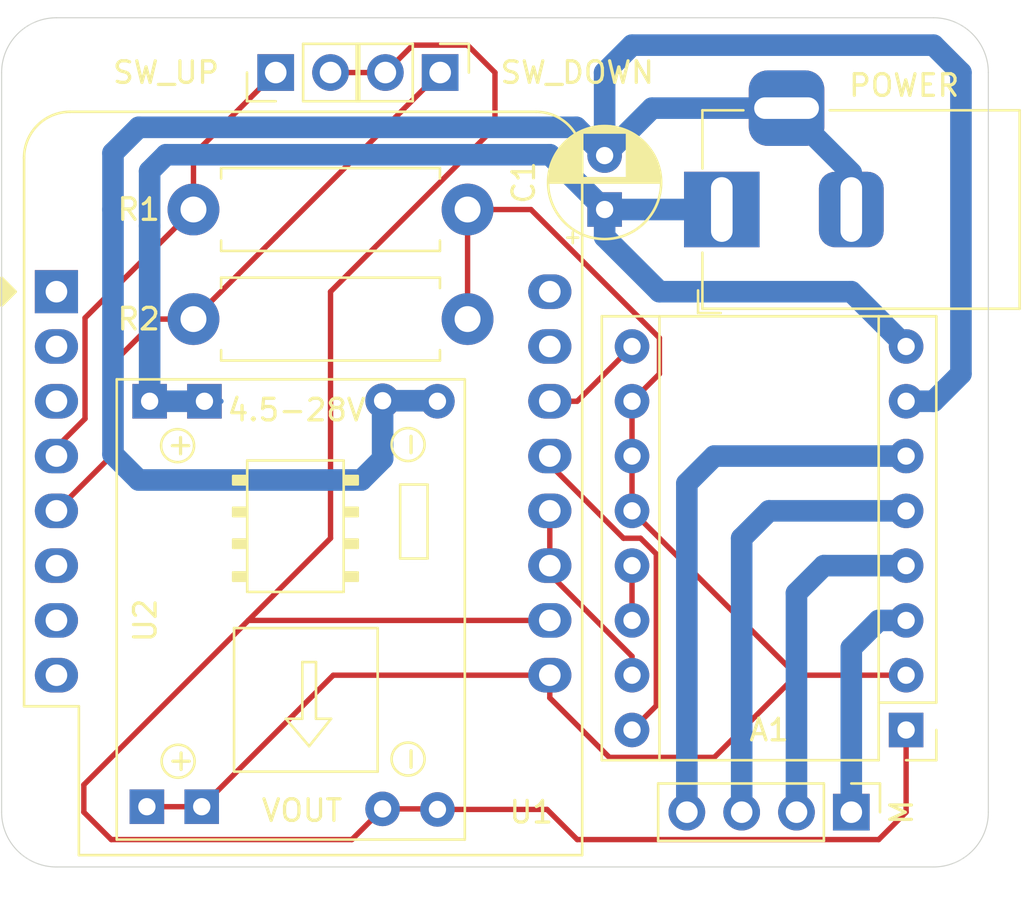
<source format=kicad_pcb>
(kicad_pcb (version 20171130) (host pcbnew 5.1.12)

  (general
    (thickness 1.6)
    (drawings 8)
    (tracks 109)
    (zones 0)
    (modules 10)
    (nets 23)
  )

  (page A4)
  (layers
    (0 F.Cu signal)
    (31 B.Cu signal)
    (32 B.Adhes user)
    (33 F.Adhes user)
    (34 B.Paste user)
    (35 F.Paste user)
    (36 B.SilkS user)
    (37 F.SilkS user)
    (38 B.Mask user)
    (39 F.Mask user)
    (40 Dwgs.User user)
    (41 Cmts.User user)
    (42 Eco1.User user)
    (43 Eco2.User user)
    (44 Edge.Cuts user)
    (45 Margin user)
    (46 B.CrtYd user)
    (47 F.CrtYd user)
    (48 B.Fab user)
    (49 F.Fab user)
  )

  (setup
    (last_trace_width 0.25)
    (trace_clearance 0.2)
    (zone_clearance 0.508)
    (zone_45_only no)
    (trace_min 0.2)
    (via_size 0.8)
    (via_drill 0.4)
    (via_min_size 0.4)
    (via_min_drill 0.3)
    (uvia_size 0.3)
    (uvia_drill 0.1)
    (uvias_allowed no)
    (uvia_min_size 0.2)
    (uvia_min_drill 0.1)
    (edge_width 0.05)
    (segment_width 0.2)
    (pcb_text_width 0.3)
    (pcb_text_size 1.5 1.5)
    (mod_edge_width 0.12)
    (mod_text_size 1 1)
    (mod_text_width 0.15)
    (pad_size 3.5 3.5)
    (pad_drill 3)
    (pad_to_mask_clearance 0)
    (aux_axis_origin 0 0)
    (visible_elements FFFFFF7F)
    (pcbplotparams
      (layerselection 0x010fc_ffffffff)
      (usegerberextensions false)
      (usegerberattributes true)
      (usegerberadvancedattributes true)
      (creategerberjobfile true)
      (excludeedgelayer true)
      (linewidth 0.100000)
      (plotframeref false)
      (viasonmask false)
      (mode 1)
      (useauxorigin false)
      (hpglpennumber 1)
      (hpglpenspeed 20)
      (hpglpendiameter 15.000000)
      (psnegative false)
      (psa4output false)
      (plotreference true)
      (plotvalue true)
      (plotinvisibletext false)
      (padsonsilk false)
      (subtractmaskfromsilk false)
      (outputformat 1)
      (mirror false)
      (drillshape 1)
      (scaleselection 1)
      (outputdirectory ""))
  )

  (net 0 "")
  (net 1 "Net-(A1-Pad1)")
  (net 2 "Net-(A1-Pad9)")
  (net 3 "Net-(A1-Pad10)")
  (net 4 "Net-(A1-Pad3)")
  (net 5 "Net-(A1-Pad4)")
  (net 6 "Net-(A1-Pad5)")
  (net 7 "Net-(A1-Pad13)")
  (net 8 "Net-(A1-Pad6)")
  (net 9 "Net-(A1-Pad15)")
  (net 10 "Net-(A1-Pad16)")
  (net 11 "Net-(U1-Pad2)")
  (net 12 "Net-(U1-Pad1)")
  (net 13 "Net-(U1-Pad3)")
  (net 14 "Net-(U1-Pad7)")
  (net 15 "Net-(U1-Pad8)")
  (net 16 "Net-(U1-Pad15)")
  (net 17 "Net-(U1-Pad16)")
  (net 18 GND)
  (net 19 +12V)
  (net 20 "Net-(R1-Pad2)")
  (net 21 "Net-(R2-Pad2)")
  (net 22 "Net-(U1-Pad6)")

  (net_class Default "Dies ist die voreingestellte Netzklasse."
    (clearance 0.2)
    (trace_width 0.25)
    (via_dia 0.8)
    (via_drill 0.4)
    (uvia_dia 0.3)
    (uvia_drill 0.1)
    (add_net +12V)
    (add_net GND)
    (add_net "Net-(A1-Pad1)")
    (add_net "Net-(A1-Pad10)")
    (add_net "Net-(A1-Pad13)")
    (add_net "Net-(A1-Pad15)")
    (add_net "Net-(A1-Pad16)")
    (add_net "Net-(A1-Pad3)")
    (add_net "Net-(A1-Pad4)")
    (add_net "Net-(A1-Pad5)")
    (add_net "Net-(A1-Pad6)")
    (add_net "Net-(A1-Pad9)")
    (add_net "Net-(R1-Pad2)")
    (add_net "Net-(R2-Pad2)")
    (add_net "Net-(U1-Pad1)")
    (add_net "Net-(U1-Pad15)")
    (add_net "Net-(U1-Pad16)")
    (add_net "Net-(U1-Pad2)")
    (add_net "Net-(U1-Pad3)")
    (add_net "Net-(U1-Pad6)")
    (add_net "Net-(U1-Pad7)")
    (add_net "Net-(U1-Pad8)")
  )

  (module Module:Pololu_Breakout-16_15.2x20.3mm (layer F.Cu) (tedit 58AB602C) (tstamp 623129DF)
    (at 196.85 88.9 180)
    (descr "Pololu Breakout 16-pin 15.2x20.3mm 0.6x0.8\\")
    (tags "Pololu Breakout")
    (path /6230605E)
    (fp_text reference A1 (at 6.35 0) (layer F.SilkS)
      (effects (font (size 1 1) (thickness 0.15)))
    )
    (fp_text value Pololu_Breakout_A4988 (at 6.35 20.17) (layer F.Fab)
      (effects (font (size 1 1) (thickness 0.15)))
    )
    (fp_line (start 14.21 19.3) (end -1.53 19.3) (layer F.CrtYd) (width 0.05))
    (fp_line (start 14.21 19.3) (end 14.21 -1.52) (layer F.CrtYd) (width 0.05))
    (fp_line (start -1.53 -1.52) (end -1.53 19.3) (layer F.CrtYd) (width 0.05))
    (fp_line (start -1.53 -1.52) (end 14.21 -1.52) (layer F.CrtYd) (width 0.05))
    (fp_line (start -1.27 19.05) (end -1.27 0) (layer F.Fab) (width 0.1))
    (fp_line (start 13.97 19.05) (end -1.27 19.05) (layer F.Fab) (width 0.1))
    (fp_line (start 13.97 -1.27) (end 13.97 19.05) (layer F.Fab) (width 0.1))
    (fp_line (start 0 -1.27) (end 13.97 -1.27) (layer F.Fab) (width 0.1))
    (fp_line (start -1.27 0) (end 0 -1.27) (layer F.Fab) (width 0.1))
    (fp_line (start 14.1 -1.4) (end 1.27 -1.4) (layer F.SilkS) (width 0.12))
    (fp_line (start 14.1 19.18) (end 14.1 -1.4) (layer F.SilkS) (width 0.12))
    (fp_line (start -1.4 19.18) (end 14.1 19.18) (layer F.SilkS) (width 0.12))
    (fp_line (start -1.4 1.27) (end -1.4 19.18) (layer F.SilkS) (width 0.12))
    (fp_line (start 1.27 1.27) (end -1.4 1.27) (layer F.SilkS) (width 0.12))
    (fp_line (start 1.27 -1.4) (end 1.27 1.27) (layer F.SilkS) (width 0.12))
    (fp_line (start -1.4 -1.4) (end -1.4 0) (layer F.SilkS) (width 0.12))
    (fp_line (start 0 -1.4) (end -1.4 -1.4) (layer F.SilkS) (width 0.12))
    (fp_line (start 1.27 1.27) (end 1.27 19.18) (layer F.SilkS) (width 0.12))
    (fp_line (start 11.43 -1.4) (end 11.43 19.18) (layer F.SilkS) (width 0.12))
    (fp_text user %R (at 6.35 0) (layer F.Fab)
      (effects (font (size 1 1) (thickness 0.15)))
    )
    (pad 1 thru_hole rect (at 0 0 180) (size 1.6 1.6) (drill 0.8) (layers *.Cu *.Mask)
      (net 1 "Net-(A1-Pad1)"))
    (pad 9 thru_hole oval (at 12.7 17.78 180) (size 1.6 1.6) (drill 0.8) (layers *.Cu *.Mask)
      (net 2 "Net-(A1-Pad9)"))
    (pad 2 thru_hole oval (at 0 2.54 180) (size 1.6 1.6) (drill 0.8) (layers *.Cu *.Mask)
      (net 3 "Net-(A1-Pad10)"))
    (pad 10 thru_hole oval (at 12.7 15.24 180) (size 1.6 1.6) (drill 0.8) (layers *.Cu *.Mask)
      (net 3 "Net-(A1-Pad10)"))
    (pad 3 thru_hole oval (at 0 5.08 180) (size 1.6 1.6) (drill 0.8) (layers *.Cu *.Mask)
      (net 4 "Net-(A1-Pad3)"))
    (pad 11 thru_hole oval (at 12.7 12.7 180) (size 1.6 1.6) (drill 0.8) (layers *.Cu *.Mask)
      (net 3 "Net-(A1-Pad10)"))
    (pad 4 thru_hole oval (at 0 7.62 180) (size 1.6 1.6) (drill 0.8) (layers *.Cu *.Mask)
      (net 5 "Net-(A1-Pad4)"))
    (pad 12 thru_hole oval (at 12.7 10.16 180) (size 1.6 1.6) (drill 0.8) (layers *.Cu *.Mask)
      (net 3 "Net-(A1-Pad10)"))
    (pad 5 thru_hole oval (at 0 10.16 180) (size 1.6 1.6) (drill 0.8) (layers *.Cu *.Mask)
      (net 6 "Net-(A1-Pad5)"))
    (pad 13 thru_hole oval (at 12.7 7.62 180) (size 1.6 1.6) (drill 0.8) (layers *.Cu *.Mask)
      (net 7 "Net-(A1-Pad13)"))
    (pad 6 thru_hole oval (at 0 12.7 180) (size 1.6 1.6) (drill 0.8) (layers *.Cu *.Mask)
      (net 8 "Net-(A1-Pad6)"))
    (pad 14 thru_hole oval (at 12.7 5.08 180) (size 1.6 1.6) (drill 0.8) (layers *.Cu *.Mask)
      (net 7 "Net-(A1-Pad13)"))
    (pad 7 thru_hole oval (at 0 15.24 180) (size 1.6 1.6) (drill 0.8) (layers *.Cu *.Mask)
      (net 18 GND))
    (pad 15 thru_hole oval (at 12.7 2.54 180) (size 1.6 1.6) (drill 0.8) (layers *.Cu *.Mask)
      (net 9 "Net-(A1-Pad15)"))
    (pad 8 thru_hole oval (at 0 17.78 180) (size 1.6 1.6) (drill 0.8) (layers *.Cu *.Mask)
      (net 19 +12V))
    (pad 16 thru_hole oval (at 12.7 0 180) (size 1.6 1.6) (drill 0.8) (layers *.Cu *.Mask)
      (net 10 "Net-(A1-Pad16)"))
    (model ${KISYS3DMOD}/Module.3dshapes/Pololu_Breakout-16_15.2x20.3mm.wrl
      (at (xyz 0 0 0))
      (scale (xyz 1 1 1))
      (rotate (xyz 0 0 0))
    )
  )

  (module Module:WEMOS_D1_mini_light (layer F.Cu) (tedit 5BBFB1CE) (tstamp 62312AE1)
    (at 157.48 68.58)
    (descr "16-pin module, column spacing 22.86 mm (900 mils), https://wiki.wemos.cc/products:d1:d1_mini, https://c1.staticflickr.com/1/734/31400410271_f278b087db_z.jpg")
    (tags "ESP8266 WiFi microcontroller")
    (path /62305541)
    (fp_text reference U1 (at 22 24.13) (layer F.SilkS)
      (effects (font (size 1 1) (thickness 0.15)))
    )
    (fp_text value WeMos_D1_mini (at 11.7 0) (layer F.Fab)
      (effects (font (size 1 1) (thickness 0.15)))
    )
    (fp_line (start 1.04 19.22) (end 1.04 26.12) (layer F.SilkS) (width 0.12))
    (fp_line (start -1.5 19.22) (end 1.04 19.22) (layer F.SilkS) (width 0.12))
    (fp_line (start -0.37 0) (end -1.37 -1) (layer F.Fab) (width 0.1))
    (fp_line (start -1.37 1) (end -0.37 0) (layer F.Fab) (width 0.1))
    (fp_line (start -1.37 -6.21) (end -1.37 -1) (layer F.Fab) (width 0.1))
    (fp_line (start 1.17 19.09) (end 1.17 25.99) (layer F.Fab) (width 0.1))
    (fp_line (start -1.37 19.09) (end 1.17 19.09) (layer F.Fab) (width 0.1))
    (fp_line (start -1.35 -7.4) (end -0.55 -8.2) (layer Dwgs.User) (width 0.1))
    (fp_line (start -1.3 -5.45) (end 1.45 -8.2) (layer Dwgs.User) (width 0.1))
    (fp_line (start -1.35 -3.4) (end 3.45 -8.2) (layer Dwgs.User) (width 0.1))
    (fp_line (start 22.65 -1.4) (end 24.25 -3) (layer Dwgs.User) (width 0.1))
    (fp_line (start 20.65 -1.4) (end 24.25 -5) (layer Dwgs.User) (width 0.1))
    (fp_line (start 18.65 -1.4) (end 24.25 -7) (layer Dwgs.User) (width 0.1))
    (fp_line (start 16.65 -1.4) (end 23.45 -8.2) (layer Dwgs.User) (width 0.1))
    (fp_line (start 14.65 -1.4) (end 21.45 -8.2) (layer Dwgs.User) (width 0.1))
    (fp_line (start 12.65 -1.4) (end 19.45 -8.2) (layer Dwgs.User) (width 0.1))
    (fp_line (start 10.65 -1.4) (end 17.45 -8.2) (layer Dwgs.User) (width 0.1))
    (fp_line (start 8.65 -1.4) (end 15.45 -8.2) (layer Dwgs.User) (width 0.1))
    (fp_line (start 6.65 -1.4) (end 13.45 -8.2) (layer Dwgs.User) (width 0.1))
    (fp_line (start 4.65 -1.4) (end 11.45 -8.2) (layer Dwgs.User) (width 0.1))
    (fp_line (start 2.65 -1.4) (end 9.45 -8.2) (layer Dwgs.User) (width 0.1))
    (fp_line (start 0.65 -1.4) (end 7.45 -8.2) (layer Dwgs.User) (width 0.1))
    (fp_line (start -1.35 -1.4) (end 5.45 -8.2) (layer Dwgs.User) (width 0.1))
    (fp_line (start -1.35 -8.2) (end -1.35 -1.4) (layer Dwgs.User) (width 0.1))
    (fp_line (start 24.25 -8.2) (end -1.35 -8.2) (layer Dwgs.User) (width 0.1))
    (fp_line (start 24.25 -1.4) (end 24.25 -8.2) (layer Dwgs.User) (width 0.1))
    (fp_line (start -1.35 -1.4) (end 24.25 -1.4) (layer Dwgs.User) (width 0.1))
    (fp_poly (pts (xy -2.54 -0.635) (xy -2.54 0.635) (xy -1.905 0)) (layer F.SilkS) (width 0.15))
    (fp_line (start -1.62 26.24) (end -1.62 -8.46) (layer F.CrtYd) (width 0.05))
    (fp_line (start 24.48 26.24) (end -1.62 26.24) (layer F.CrtYd) (width 0.05))
    (fp_line (start 24.48 -8.41) (end 24.48 26.24) (layer F.CrtYd) (width 0.05))
    (fp_line (start -1.62 -8.46) (end 24.48 -8.46) (layer F.CrtYd) (width 0.05))
    (fp_line (start -1.37 1) (end -1.37 19.09) (layer F.Fab) (width 0.1))
    (fp_line (start 22.23 -8.21) (end 0.63 -8.21) (layer F.Fab) (width 0.1))
    (fp_line (start 24.23 25.99) (end 24.23 -6.21) (layer F.Fab) (width 0.1))
    (fp_line (start 1.17 25.99) (end 24.23 25.99) (layer F.Fab) (width 0.1))
    (fp_line (start 22.24 -8.34) (end 0.63 -8.34) (layer F.SilkS) (width 0.12))
    (fp_line (start 24.36 26.12) (end 24.36 -6.21) (layer F.SilkS) (width 0.12))
    (fp_line (start -1.5 19.22) (end -1.5 -6.21) (layer F.SilkS) (width 0.12))
    (fp_line (start 1.04 26.12) (end 24.36 26.12) (layer F.SilkS) (width 0.12))
    (fp_text user %R (at 11.43 10) (layer F.Fab)
      (effects (font (size 1 1) (thickness 0.15)))
    )
    (fp_arc (start 0.63 -6.21) (end 0.63 -8.21) (angle -90) (layer F.Fab) (width 0.1))
    (fp_arc (start 22.23 -6.21) (end 24.23 -6.19) (angle -90) (layer F.Fab) (width 0.1))
    (fp_arc (start 0.63 -6.21) (end 0.63 -8.34) (angle -90) (layer F.SilkS) (width 0.12))
    (fp_arc (start 22.23 -6.21) (end 24.36 -6.21) (angle -90) (layer F.SilkS) (width 0.12))
    (fp_text user "KEEP OUT" (at 11.43 -6.35) (layer Cmts.User)
      (effects (font (size 1 1) (thickness 0.15)))
    )
    (fp_text user "No copper" (at 11.43 -3.81) (layer Cmts.User)
      (effects (font (size 1 1) (thickness 0.15)))
    )
    (pad 2 thru_hole oval (at 0 2.54) (size 2 1.6) (drill 1) (layers *.Cu *.Mask)
      (net 11 "Net-(U1-Pad2)"))
    (pad 1 thru_hole rect (at 0 0) (size 2 2) (drill 1) (layers *.Cu *.Mask)
      (net 12 "Net-(U1-Pad1)"))
    (pad 3 thru_hole oval (at 0 5.08) (size 2 1.6) (drill 1) (layers *.Cu *.Mask)
      (net 13 "Net-(U1-Pad3)"))
    (pad 4 thru_hole oval (at 0 7.62) (size 2 1.6) (drill 1) (layers *.Cu *.Mask)
      (net 20 "Net-(R1-Pad2)"))
    (pad 5 thru_hole oval (at 0 10.16) (size 2 1.6) (drill 1) (layers *.Cu *.Mask)
      (net 21 "Net-(R2-Pad2)"))
    (pad 6 thru_hole oval (at 0 12.7) (size 2 1.6) (drill 1) (layers *.Cu *.Mask)
      (net 22 "Net-(U1-Pad6)"))
    (pad 7 thru_hole oval (at 0 15.24) (size 2 1.6) (drill 1) (layers *.Cu *.Mask)
      (net 14 "Net-(U1-Pad7)"))
    (pad 8 thru_hole oval (at 0 17.78) (size 2 1.6) (drill 1) (layers *.Cu *.Mask)
      (net 15 "Net-(U1-Pad8)"))
    (pad 9 thru_hole oval (at 22.86 17.78) (size 2 1.6) (drill 1) (layers *.Cu *.Mask)
      (net 3 "Net-(A1-Pad10)"))
    (pad 10 thru_hole oval (at 22.86 15.24) (size 2 1.6) (drill 1) (layers *.Cu *.Mask)
      (net 1 "Net-(A1-Pad1)"))
    (pad 11 thru_hole oval (at 22.86 12.7) (size 2 1.6) (drill 1) (layers *.Cu *.Mask)
      (net 9 "Net-(A1-Pad15)"))
    (pad 12 thru_hole oval (at 22.86 10.16) (size 2 1.6) (drill 1) (layers *.Cu *.Mask)
      (net 9 "Net-(A1-Pad15)"))
    (pad 13 thru_hole oval (at 22.86 7.62) (size 2 1.6) (drill 1) (layers *.Cu *.Mask)
      (net 10 "Net-(A1-Pad16)"))
    (pad 14 thru_hole oval (at 22.86 5.08) (size 2 1.6) (drill 1) (layers *.Cu *.Mask)
      (net 2 "Net-(A1-Pad9)"))
    (pad 15 thru_hole oval (at 22.86 2.54) (size 2 1.6) (drill 1) (layers *.Cu *.Mask)
      (net 16 "Net-(U1-Pad15)"))
    (pad 16 thru_hole oval (at 22.86 0) (size 2 1.6) (drill 1) (layers *.Cu *.Mask)
      (net 17 "Net-(U1-Pad16)"))
    (model ${KISYS3DMOD}/Module.3dshapes/WEMOS_D1_mini_light.wrl
      (at (xyz 0 0 0))
      (scale (xyz 1 1 1))
      (rotate (xyz 0 0 0))
    )
    (model ${KISYS3DMOD}/Connector_PinHeader_2.54mm.3dshapes/PinHeader_1x08_P2.54mm_Vertical.wrl
      (offset (xyz 0 0 9.5))
      (scale (xyz 1 1 1))
      (rotate (xyz 0 -180 0))
    )
    (model ${KISYS3DMOD}/Connector_PinHeader_2.54mm.3dshapes/PinHeader_1x08_P2.54mm_Vertical.wrl
      (offset (xyz 22.86 0 9.5))
      (scale (xyz 1 1 1))
      (rotate (xyz 0 -180 0))
    )
    (model ${KISYS3DMOD}/Connector_PinSocket_2.54mm.3dshapes/PinSocket_1x08_P2.54mm_Vertical.wrl
      (at (xyz 0 0 0))
      (scale (xyz 1 1 1))
      (rotate (xyz 0 0 0))
    )
    (model ${KISYS3DMOD}/Connector_PinSocket_2.54mm.3dshapes/PinSocket_1x08_P2.54mm_Vertical.wrl
      (offset (xyz 22.86 0 0))
      (scale (xyz 1 1 1))
      (rotate (xyz 0 0 0))
    )
  )

  (module Capacitor_THT:CP_Radial_D5.0mm_P2.50mm (layer F.Cu) (tedit 5AE50EF0) (tstamp 62312A63)
    (at 182.88 64.77 90)
    (descr "CP, Radial series, Radial, pin pitch=2.50mm, , diameter=5mm, Electrolytic Capacitor")
    (tags "CP Radial series Radial pin pitch 2.50mm  diameter 5mm Electrolytic Capacitor")
    (path /6231382D)
    (fp_text reference C1 (at 1.25 -3.75 90) (layer F.SilkS)
      (effects (font (size 1 1) (thickness 0.15)))
    )
    (fp_text value CP (at 1.25 3.75 90) (layer F.Fab)
      (effects (font (size 1 1) (thickness 0.15)))
    )
    (fp_line (start -1.304775 -1.725) (end -1.304775 -1.225) (layer F.SilkS) (width 0.12))
    (fp_line (start -1.554775 -1.475) (end -1.054775 -1.475) (layer F.SilkS) (width 0.12))
    (fp_line (start 3.851 -0.284) (end 3.851 0.284) (layer F.SilkS) (width 0.12))
    (fp_line (start 3.811 -0.518) (end 3.811 0.518) (layer F.SilkS) (width 0.12))
    (fp_line (start 3.771 -0.677) (end 3.771 0.677) (layer F.SilkS) (width 0.12))
    (fp_line (start 3.731 -0.805) (end 3.731 0.805) (layer F.SilkS) (width 0.12))
    (fp_line (start 3.691 -0.915) (end 3.691 0.915) (layer F.SilkS) (width 0.12))
    (fp_line (start 3.651 -1.011) (end 3.651 1.011) (layer F.SilkS) (width 0.12))
    (fp_line (start 3.611 -1.098) (end 3.611 1.098) (layer F.SilkS) (width 0.12))
    (fp_line (start 3.571 -1.178) (end 3.571 1.178) (layer F.SilkS) (width 0.12))
    (fp_line (start 3.531 1.04) (end 3.531 1.251) (layer F.SilkS) (width 0.12))
    (fp_line (start 3.531 -1.251) (end 3.531 -1.04) (layer F.SilkS) (width 0.12))
    (fp_line (start 3.491 1.04) (end 3.491 1.319) (layer F.SilkS) (width 0.12))
    (fp_line (start 3.491 -1.319) (end 3.491 -1.04) (layer F.SilkS) (width 0.12))
    (fp_line (start 3.451 1.04) (end 3.451 1.383) (layer F.SilkS) (width 0.12))
    (fp_line (start 3.451 -1.383) (end 3.451 -1.04) (layer F.SilkS) (width 0.12))
    (fp_line (start 3.411 1.04) (end 3.411 1.443) (layer F.SilkS) (width 0.12))
    (fp_line (start 3.411 -1.443) (end 3.411 -1.04) (layer F.SilkS) (width 0.12))
    (fp_line (start 3.371 1.04) (end 3.371 1.5) (layer F.SilkS) (width 0.12))
    (fp_line (start 3.371 -1.5) (end 3.371 -1.04) (layer F.SilkS) (width 0.12))
    (fp_line (start 3.331 1.04) (end 3.331 1.554) (layer F.SilkS) (width 0.12))
    (fp_line (start 3.331 -1.554) (end 3.331 -1.04) (layer F.SilkS) (width 0.12))
    (fp_line (start 3.291 1.04) (end 3.291 1.605) (layer F.SilkS) (width 0.12))
    (fp_line (start 3.291 -1.605) (end 3.291 -1.04) (layer F.SilkS) (width 0.12))
    (fp_line (start 3.251 1.04) (end 3.251 1.653) (layer F.SilkS) (width 0.12))
    (fp_line (start 3.251 -1.653) (end 3.251 -1.04) (layer F.SilkS) (width 0.12))
    (fp_line (start 3.211 1.04) (end 3.211 1.699) (layer F.SilkS) (width 0.12))
    (fp_line (start 3.211 -1.699) (end 3.211 -1.04) (layer F.SilkS) (width 0.12))
    (fp_line (start 3.171 1.04) (end 3.171 1.743) (layer F.SilkS) (width 0.12))
    (fp_line (start 3.171 -1.743) (end 3.171 -1.04) (layer F.SilkS) (width 0.12))
    (fp_line (start 3.131 1.04) (end 3.131 1.785) (layer F.SilkS) (width 0.12))
    (fp_line (start 3.131 -1.785) (end 3.131 -1.04) (layer F.SilkS) (width 0.12))
    (fp_line (start 3.091 1.04) (end 3.091 1.826) (layer F.SilkS) (width 0.12))
    (fp_line (start 3.091 -1.826) (end 3.091 -1.04) (layer F.SilkS) (width 0.12))
    (fp_line (start 3.051 1.04) (end 3.051 1.864) (layer F.SilkS) (width 0.12))
    (fp_line (start 3.051 -1.864) (end 3.051 -1.04) (layer F.SilkS) (width 0.12))
    (fp_line (start 3.011 1.04) (end 3.011 1.901) (layer F.SilkS) (width 0.12))
    (fp_line (start 3.011 -1.901) (end 3.011 -1.04) (layer F.SilkS) (width 0.12))
    (fp_line (start 2.971 1.04) (end 2.971 1.937) (layer F.SilkS) (width 0.12))
    (fp_line (start 2.971 -1.937) (end 2.971 -1.04) (layer F.SilkS) (width 0.12))
    (fp_line (start 2.931 1.04) (end 2.931 1.971) (layer F.SilkS) (width 0.12))
    (fp_line (start 2.931 -1.971) (end 2.931 -1.04) (layer F.SilkS) (width 0.12))
    (fp_line (start 2.891 1.04) (end 2.891 2.004) (layer F.SilkS) (width 0.12))
    (fp_line (start 2.891 -2.004) (end 2.891 -1.04) (layer F.SilkS) (width 0.12))
    (fp_line (start 2.851 1.04) (end 2.851 2.035) (layer F.SilkS) (width 0.12))
    (fp_line (start 2.851 -2.035) (end 2.851 -1.04) (layer F.SilkS) (width 0.12))
    (fp_line (start 2.811 1.04) (end 2.811 2.065) (layer F.SilkS) (width 0.12))
    (fp_line (start 2.811 -2.065) (end 2.811 -1.04) (layer F.SilkS) (width 0.12))
    (fp_line (start 2.771 1.04) (end 2.771 2.095) (layer F.SilkS) (width 0.12))
    (fp_line (start 2.771 -2.095) (end 2.771 -1.04) (layer F.SilkS) (width 0.12))
    (fp_line (start 2.731 1.04) (end 2.731 2.122) (layer F.SilkS) (width 0.12))
    (fp_line (start 2.731 -2.122) (end 2.731 -1.04) (layer F.SilkS) (width 0.12))
    (fp_line (start 2.691 1.04) (end 2.691 2.149) (layer F.SilkS) (width 0.12))
    (fp_line (start 2.691 -2.149) (end 2.691 -1.04) (layer F.SilkS) (width 0.12))
    (fp_line (start 2.651 1.04) (end 2.651 2.175) (layer F.SilkS) (width 0.12))
    (fp_line (start 2.651 -2.175) (end 2.651 -1.04) (layer F.SilkS) (width 0.12))
    (fp_line (start 2.611 1.04) (end 2.611 2.2) (layer F.SilkS) (width 0.12))
    (fp_line (start 2.611 -2.2) (end 2.611 -1.04) (layer F.SilkS) (width 0.12))
    (fp_line (start 2.571 1.04) (end 2.571 2.224) (layer F.SilkS) (width 0.12))
    (fp_line (start 2.571 -2.224) (end 2.571 -1.04) (layer F.SilkS) (width 0.12))
    (fp_line (start 2.531 1.04) (end 2.531 2.247) (layer F.SilkS) (width 0.12))
    (fp_line (start 2.531 -2.247) (end 2.531 -1.04) (layer F.SilkS) (width 0.12))
    (fp_line (start 2.491 1.04) (end 2.491 2.268) (layer F.SilkS) (width 0.12))
    (fp_line (start 2.491 -2.268) (end 2.491 -1.04) (layer F.SilkS) (width 0.12))
    (fp_line (start 2.451 1.04) (end 2.451 2.29) (layer F.SilkS) (width 0.12))
    (fp_line (start 2.451 -2.29) (end 2.451 -1.04) (layer F.SilkS) (width 0.12))
    (fp_line (start 2.411 1.04) (end 2.411 2.31) (layer F.SilkS) (width 0.12))
    (fp_line (start 2.411 -2.31) (end 2.411 -1.04) (layer F.SilkS) (width 0.12))
    (fp_line (start 2.371 1.04) (end 2.371 2.329) (layer F.SilkS) (width 0.12))
    (fp_line (start 2.371 -2.329) (end 2.371 -1.04) (layer F.SilkS) (width 0.12))
    (fp_line (start 2.331 1.04) (end 2.331 2.348) (layer F.SilkS) (width 0.12))
    (fp_line (start 2.331 -2.348) (end 2.331 -1.04) (layer F.SilkS) (width 0.12))
    (fp_line (start 2.291 1.04) (end 2.291 2.365) (layer F.SilkS) (width 0.12))
    (fp_line (start 2.291 -2.365) (end 2.291 -1.04) (layer F.SilkS) (width 0.12))
    (fp_line (start 2.251 1.04) (end 2.251 2.382) (layer F.SilkS) (width 0.12))
    (fp_line (start 2.251 -2.382) (end 2.251 -1.04) (layer F.SilkS) (width 0.12))
    (fp_line (start 2.211 1.04) (end 2.211 2.398) (layer F.SilkS) (width 0.12))
    (fp_line (start 2.211 -2.398) (end 2.211 -1.04) (layer F.SilkS) (width 0.12))
    (fp_line (start 2.171 1.04) (end 2.171 2.414) (layer F.SilkS) (width 0.12))
    (fp_line (start 2.171 -2.414) (end 2.171 -1.04) (layer F.SilkS) (width 0.12))
    (fp_line (start 2.131 1.04) (end 2.131 2.428) (layer F.SilkS) (width 0.12))
    (fp_line (start 2.131 -2.428) (end 2.131 -1.04) (layer F.SilkS) (width 0.12))
    (fp_line (start 2.091 1.04) (end 2.091 2.442) (layer F.SilkS) (width 0.12))
    (fp_line (start 2.091 -2.442) (end 2.091 -1.04) (layer F.SilkS) (width 0.12))
    (fp_line (start 2.051 1.04) (end 2.051 2.455) (layer F.SilkS) (width 0.12))
    (fp_line (start 2.051 -2.455) (end 2.051 -1.04) (layer F.SilkS) (width 0.12))
    (fp_line (start 2.011 1.04) (end 2.011 2.468) (layer F.SilkS) (width 0.12))
    (fp_line (start 2.011 -2.468) (end 2.011 -1.04) (layer F.SilkS) (width 0.12))
    (fp_line (start 1.971 1.04) (end 1.971 2.48) (layer F.SilkS) (width 0.12))
    (fp_line (start 1.971 -2.48) (end 1.971 -1.04) (layer F.SilkS) (width 0.12))
    (fp_line (start 1.93 1.04) (end 1.93 2.491) (layer F.SilkS) (width 0.12))
    (fp_line (start 1.93 -2.491) (end 1.93 -1.04) (layer F.SilkS) (width 0.12))
    (fp_line (start 1.89 1.04) (end 1.89 2.501) (layer F.SilkS) (width 0.12))
    (fp_line (start 1.89 -2.501) (end 1.89 -1.04) (layer F.SilkS) (width 0.12))
    (fp_line (start 1.85 1.04) (end 1.85 2.511) (layer F.SilkS) (width 0.12))
    (fp_line (start 1.85 -2.511) (end 1.85 -1.04) (layer F.SilkS) (width 0.12))
    (fp_line (start 1.81 1.04) (end 1.81 2.52) (layer F.SilkS) (width 0.12))
    (fp_line (start 1.81 -2.52) (end 1.81 -1.04) (layer F.SilkS) (width 0.12))
    (fp_line (start 1.77 1.04) (end 1.77 2.528) (layer F.SilkS) (width 0.12))
    (fp_line (start 1.77 -2.528) (end 1.77 -1.04) (layer F.SilkS) (width 0.12))
    (fp_line (start 1.73 1.04) (end 1.73 2.536) (layer F.SilkS) (width 0.12))
    (fp_line (start 1.73 -2.536) (end 1.73 -1.04) (layer F.SilkS) (width 0.12))
    (fp_line (start 1.69 1.04) (end 1.69 2.543) (layer F.SilkS) (width 0.12))
    (fp_line (start 1.69 -2.543) (end 1.69 -1.04) (layer F.SilkS) (width 0.12))
    (fp_line (start 1.65 1.04) (end 1.65 2.55) (layer F.SilkS) (width 0.12))
    (fp_line (start 1.65 -2.55) (end 1.65 -1.04) (layer F.SilkS) (width 0.12))
    (fp_line (start 1.61 1.04) (end 1.61 2.556) (layer F.SilkS) (width 0.12))
    (fp_line (start 1.61 -2.556) (end 1.61 -1.04) (layer F.SilkS) (width 0.12))
    (fp_line (start 1.57 1.04) (end 1.57 2.561) (layer F.SilkS) (width 0.12))
    (fp_line (start 1.57 -2.561) (end 1.57 -1.04) (layer F.SilkS) (width 0.12))
    (fp_line (start 1.53 1.04) (end 1.53 2.565) (layer F.SilkS) (width 0.12))
    (fp_line (start 1.53 -2.565) (end 1.53 -1.04) (layer F.SilkS) (width 0.12))
    (fp_line (start 1.49 1.04) (end 1.49 2.569) (layer F.SilkS) (width 0.12))
    (fp_line (start 1.49 -2.569) (end 1.49 -1.04) (layer F.SilkS) (width 0.12))
    (fp_line (start 1.45 -2.573) (end 1.45 2.573) (layer F.SilkS) (width 0.12))
    (fp_line (start 1.41 -2.576) (end 1.41 2.576) (layer F.SilkS) (width 0.12))
    (fp_line (start 1.37 -2.578) (end 1.37 2.578) (layer F.SilkS) (width 0.12))
    (fp_line (start 1.33 -2.579) (end 1.33 2.579) (layer F.SilkS) (width 0.12))
    (fp_line (start 1.29 -2.58) (end 1.29 2.58) (layer F.SilkS) (width 0.12))
    (fp_line (start 1.25 -2.58) (end 1.25 2.58) (layer F.SilkS) (width 0.12))
    (fp_line (start -0.633605 -1.3375) (end -0.633605 -0.8375) (layer F.Fab) (width 0.1))
    (fp_line (start -0.883605 -1.0875) (end -0.383605 -1.0875) (layer F.Fab) (width 0.1))
    (fp_circle (center 1.25 0) (end 4 0) (layer F.CrtYd) (width 0.05))
    (fp_circle (center 1.25 0) (end 3.87 0) (layer F.SilkS) (width 0.12))
    (fp_circle (center 1.25 0) (end 3.75 0) (layer F.Fab) (width 0.1))
    (fp_text user %R (at 1.25 0 90) (layer F.Fab)
      (effects (font (size 1 1) (thickness 0.15)))
    )
    (pad 1 thru_hole rect (at 0 0 90) (size 1.6 1.6) (drill 0.8) (layers *.Cu *.Mask)
      (net 19 +12V))
    (pad 2 thru_hole circle (at 2.5 0 90) (size 1.6 1.6) (drill 0.8) (layers *.Cu *.Mask)
      (net 18 GND))
    (model ${KISYS3DMOD}/Capacitor_THT.3dshapes/CP_Radial_D5.0mm_P2.50mm.wrl
      (at (xyz 0 0 0))
      (scale (xyz 1 1 1))
      (rotate (xyz 0 0 0))
    )
  )

  (module Connector_BarrelJack:BarrelJack_Horizontal (layer F.Cu) (tedit 62324EA9) (tstamp 62312A86)
    (at 188.31 64.77 180)
    (descr "DC Barrel Jack")
    (tags "Power Jack")
    (path /62310956)
    (fp_text reference POWER (at -8.45 5.75) (layer F.SilkS)
      (effects (font (size 1 1) (thickness 0.15)))
    )
    (fp_text value Barrel_Jack (at -6.2 -5.5) (layer F.Fab)
      (effects (font (size 1 1) (thickness 0.15)))
    )
    (fp_line (start 0 -4.5) (end -13.7 -4.5) (layer F.Fab) (width 0.1))
    (fp_line (start 0.8 4.5) (end 0.8 -3.75) (layer F.Fab) (width 0.1))
    (fp_line (start -13.7 4.5) (end 0.8 4.5) (layer F.Fab) (width 0.1))
    (fp_line (start -13.7 -4.5) (end -13.7 4.5) (layer F.Fab) (width 0.1))
    (fp_line (start -10.2 -4.5) (end -10.2 4.5) (layer F.Fab) (width 0.1))
    (fp_line (start 0.9 -4.6) (end 0.9 -2) (layer F.SilkS) (width 0.12))
    (fp_line (start -13.8 -4.6) (end 0.9 -4.6) (layer F.SilkS) (width 0.12))
    (fp_line (start 0.9 4.6) (end -1 4.6) (layer F.SilkS) (width 0.12))
    (fp_line (start 0.9 1.9) (end 0.9 4.6) (layer F.SilkS) (width 0.12))
    (fp_line (start -13.8 4.6) (end -13.8 -4.6) (layer F.SilkS) (width 0.12))
    (fp_line (start -5 4.6) (end -13.8 4.6) (layer F.SilkS) (width 0.12))
    (fp_line (start -14 4.75) (end -14 -4.75) (layer F.CrtYd) (width 0.05))
    (fp_line (start -5 4.75) (end -14 4.75) (layer F.CrtYd) (width 0.05))
    (fp_line (start -5 6.75) (end -5 4.75) (layer F.CrtYd) (width 0.05))
    (fp_line (start -1 6.75) (end -5 6.75) (layer F.CrtYd) (width 0.05))
    (fp_line (start -1 4.75) (end -1 6.75) (layer F.CrtYd) (width 0.05))
    (fp_line (start 1 4.75) (end -1 4.75) (layer F.CrtYd) (width 0.05))
    (fp_line (start 1 2) (end 1 4.75) (layer F.CrtYd) (width 0.05))
    (fp_line (start 2 2) (end 1 2) (layer F.CrtYd) (width 0.05))
    (fp_line (start 2 -2) (end 2 2) (layer F.CrtYd) (width 0.05))
    (fp_line (start 1 -2) (end 2 -2) (layer F.CrtYd) (width 0.05))
    (fp_line (start 1 -4.5) (end 1 -2) (layer F.CrtYd) (width 0.05))
    (fp_line (start 1 -4.75) (end -14 -4.75) (layer F.CrtYd) (width 0.05))
    (fp_line (start 1 -4.5) (end 1 -4.75) (layer F.CrtYd) (width 0.05))
    (fp_line (start 0.05 -4.8) (end 1.1 -4.8) (layer F.SilkS) (width 0.12))
    (fp_line (start 1.1 -3.75) (end 1.1 -4.8) (layer F.SilkS) (width 0.12))
    (fp_line (start -0.003213 -4.505425) (end 0.8 -3.75) (layer F.Fab) (width 0.1))
    (fp_text user %R (at -3 -2.95) (layer F.Fab)
      (effects (font (size 1 1) (thickness 0.15)))
    )
    (pad 1 thru_hole rect (at 0 0 180) (size 3.5 3.5) (drill oval 1 3) (layers *.Cu *.Mask)
      (net 19 +12V))
    (pad 2 thru_hole roundrect (at -6 0 180) (size 3 3.5) (drill oval 1 3) (layers *.Cu *.Mask) (roundrect_rratio 0.25)
      (net 18 GND))
    (pad 3 thru_hole roundrect (at -3 4.7 180) (size 3.5 3.5) (drill oval 3 1) (layers *.Cu *.Mask) (roundrect_rratio 0.25)
      (net 18 GND))
    (model ${KISYS3DMOD}/Connector_BarrelJack.3dshapes/BarrelJack_Horizontal.wrl
      (at (xyz 0 0 0))
      (scale (xyz 1 1 1))
      (rotate (xyz 0 0 0))
    )
  )

  (module Connector_PinHeader_2.54mm:PinHeader_1x04_P2.54mm_Vertical (layer F.Cu) (tedit 59FED5CC) (tstamp 62312A9E)
    (at 194.31 92.71 270)
    (descr "Through hole straight pin header, 1x04, 2.54mm pitch, single row")
    (tags "Through hole pin header THT 1x04 2.54mm single row")
    (path /62333658)
    (fp_text reference M (at 0 -2.33 90) (layer F.SilkS)
      (effects (font (size 1 1) (thickness 0.15)))
    )
    (fp_text value Conn_01x04 (at 0 9.95 90) (layer F.Fab)
      (effects (font (size 1 1) (thickness 0.15)))
    )
    (fp_line (start 1.8 -1.8) (end -1.8 -1.8) (layer F.CrtYd) (width 0.05))
    (fp_line (start 1.8 9.4) (end 1.8 -1.8) (layer F.CrtYd) (width 0.05))
    (fp_line (start -1.8 9.4) (end 1.8 9.4) (layer F.CrtYd) (width 0.05))
    (fp_line (start -1.8 -1.8) (end -1.8 9.4) (layer F.CrtYd) (width 0.05))
    (fp_line (start -1.33 -1.33) (end 0 -1.33) (layer F.SilkS) (width 0.12))
    (fp_line (start -1.33 0) (end -1.33 -1.33) (layer F.SilkS) (width 0.12))
    (fp_line (start -1.33 1.27) (end 1.33 1.27) (layer F.SilkS) (width 0.12))
    (fp_line (start 1.33 1.27) (end 1.33 8.95) (layer F.SilkS) (width 0.12))
    (fp_line (start -1.33 1.27) (end -1.33 8.95) (layer F.SilkS) (width 0.12))
    (fp_line (start -1.33 8.95) (end 1.33 8.95) (layer F.SilkS) (width 0.12))
    (fp_line (start -1.27 -0.635) (end -0.635 -1.27) (layer F.Fab) (width 0.1))
    (fp_line (start -1.27 8.89) (end -1.27 -0.635) (layer F.Fab) (width 0.1))
    (fp_line (start 1.27 8.89) (end -1.27 8.89) (layer F.Fab) (width 0.1))
    (fp_line (start 1.27 -1.27) (end 1.27 8.89) (layer F.Fab) (width 0.1))
    (fp_line (start -0.635 -1.27) (end 1.27 -1.27) (layer F.Fab) (width 0.1))
    (fp_text user %R (at 0 3.81) (layer F.Fab)
      (effects (font (size 1 1) (thickness 0.15)))
    )
    (pad 1 thru_hole rect (at 0 0 270) (size 1.7 1.7) (drill 1) (layers *.Cu *.Mask)
      (net 4 "Net-(A1-Pad3)"))
    (pad 2 thru_hole oval (at 0 2.54 270) (size 1.7 1.7) (drill 1) (layers *.Cu *.Mask)
      (net 5 "Net-(A1-Pad4)"))
    (pad 3 thru_hole oval (at 0 5.08 270) (size 1.7 1.7) (drill 1) (layers *.Cu *.Mask)
      (net 6 "Net-(A1-Pad5)"))
    (pad 4 thru_hole oval (at 0 7.62 270) (size 1.7 1.7) (drill 1) (layers *.Cu *.Mask)
      (net 8 "Net-(A1-Pad6)"))
    (model ${KISYS3DMOD}/Connector_PinHeader_2.54mm.3dshapes/PinHeader_1x04_P2.54mm_Vertical.wrl
      (at (xyz 0 0 0))
      (scale (xyz 1 1 1))
      (rotate (xyz 0 0 0))
    )
  )

  (module footprint:SRT_MPT1584EN_Module (layer F.Cu) (tedit 5E0DA86B) (tstamp 62312B1A)
    (at 168.91 83.82 270)
    (tags "Power 5V 3A")
    (path /6230C43B)
    (fp_text reference U2 (at 0 7.3152 270) (layer F.SilkS)
      (effects (font (size 1 1) (thickness 0.15)))
    )
    (fp_text value MP1584EN (at -0.3556 5.1816 90) (layer F.Fab)
      (effects (font (size 1 1) (thickness 0.15)))
    )
    (fp_line (start -11.176 -7.493) (end -11.176 8.636) (layer F.SilkS) (width 0.12))
    (fp_line (start -11.176 8.636) (end 10.16 8.636) (layer F.SilkS) (width 0.12))
    (fp_line (start 10.16 8.636) (end 10.16 -7.493) (layer F.SilkS) (width 0.12))
    (fp_line (start 10.16 -7.493) (end -11.176 -7.493) (layer F.SilkS) (width 0.12))
    (fp_line (start 1.9304 -0.5969) (end 4.5593 -0.5969) (layer F.SilkS) (width 0.12))
    (fp_line (start 4.5593 -0.5969) (end 4.5593 -1.2954) (layer F.SilkS) (width 0.12))
    (fp_line (start 4.5593 -1.2954) (end 5.8293 -0.2794) (layer F.SilkS) (width 0.12))
    (fp_line (start 5.8293 -0.2794) (end 4.5593 0.8001) (layer F.SilkS) (width 0.12))
    (fp_line (start 4.5593 0.8001) (end 4.5593 0.0381) (layer F.SilkS) (width 0.12))
    (fp_line (start 1.9304 0.0381) (end 1.9304 -0.5969) (layer F.SilkS) (width 0.12))
    (fp_line (start -6.2992 -5.7658) (end -2.8702 -5.7658) (layer F.SilkS) (width 0.12))
    (fp_line (start -2.8702 -5.7658) (end -2.8702 -4.4958) (layer F.SilkS) (width 0.12))
    (fp_line (start -2.8702 -4.4958) (end -6.2992 -4.4958) (layer F.SilkS) (width 0.12))
    (fp_line (start -6.2992 -4.4958) (end -6.2992 -5.7658) (layer F.SilkS) (width 0.12))
    (fp_circle (center -8.1534 -4.8641) (end -7.5819 -4.3561) (layer F.SilkS) (width 0.12))
    (fp_circle (center -8.1026 5.8166) (end -7.5311 6.3246) (layer F.SilkS) (width 0.12))
    (fp_line (start 0.3556 -3.4544) (end 7.0104 -3.4544) (layer F.SilkS) (width 0.12))
    (fp_line (start 7.0104 3.2004) (end 0.3556 3.2004) (layer F.SilkS) (width 0.12))
    (fp_line (start -7.4168 -1.8796) (end -1.3208 -1.8796) (layer F.SilkS) (width 0.12))
    (fp_line (start -1.3208 2.5908) (end -7.4168 2.5908) (layer F.SilkS) (width 0.12))
    (fp_line (start -7.4168 2.5908) (end -7.4168 -1.8796) (layer F.SilkS) (width 0.12))
    (fp_line (start 0.3556 -3.4544) (end 0.3556 3.2004) (layer F.SilkS) (width 0.12))
    (fp_line (start 7.0104 -3.4544) (end 7.0104 3.2004) (layer F.SilkS) (width 0.12))
    (fp_poly (pts (xy -6.7056 -2.54) (xy -6.2992 -2.54) (xy -6.2992 -1.9304) (xy -6.7056 -1.9304)) (layer F.SilkS) (width 0.1))
    (fp_poly (pts (xy -3.7592 -2.54) (xy -3.3528 -2.54) (xy -3.3528 -1.9304) (xy -3.7592 -1.9304)) (layer F.SilkS) (width 0.1))
    (fp_poly (pts (xy -5.2324 -2.54) (xy -4.826 -2.54) (xy -4.826 -1.9304) (xy -5.2324 -1.9304)) (layer F.SilkS) (width 0.1))
    (fp_poly (pts (xy -2.2352 -2.54) (xy -1.8288 -2.54) (xy -1.8288 -1.9304) (xy -2.2352 -1.9304)) (layer F.SilkS) (width 0.1))
    (fp_poly (pts (xy -6.7056 2.6416) (xy -6.2992 2.6416) (xy -6.2992 3.2512) (xy -6.7056 3.2512)) (layer F.SilkS) (width 0.1))
    (fp_poly (pts (xy -3.7592 2.6416) (xy -3.3528 2.6416) (xy -3.3528 3.2512) (xy -3.7592 3.2512)) (layer F.SilkS) (width 0.1))
    (fp_poly (pts (xy -5.2324 2.6416) (xy -4.826 2.6416) (xy -4.826 3.2512) (xy -5.2324 3.2512)) (layer F.SilkS) (width 0.1))
    (fp_poly (pts (xy -2.2352 2.6416) (xy -1.8288 2.6416) (xy -1.8288 3.2512) (xy -2.2352 3.2512)) (layer F.SilkS) (width 0.1))
    (fp_line (start -1.3208 2.5908) (end -1.3208 -1.8796) (layer F.SilkS) (width 0.12))
    (fp_circle (center 6.5278 5.7912) (end 7.0993 6.2992) (layer F.SilkS) (width 0.12))
    (fp_circle (center 6.4262 -4.8641) (end 6.9977 -4.3561) (layer F.SilkS) (width 0.12))
    (fp_line (start 1.9304 0.0381) (end 4.5593 0.0381) (layer F.SilkS) (width 0.12))
    (fp_line (start -11.3538 -7.6454) (end 10.3378 -7.6708) (layer F.Fab) (width 0.12))
    (fp_line (start 10.3378 -7.6708) (end 10.3378 8.8138) (layer F.Fab) (width 0.12))
    (fp_line (start -11.3538 -7.6454) (end -11.3538 8.8138) (layer F.Fab) (width 0.12))
    (fp_line (start -11.3538 8.8138) (end 10.3378 8.8138) (layer F.Fab) (width 0.12))
    (fp_text user VOUT (at 8.8138 0.0508 180) (layer F.SilkS)
      (effects (font (size 1 1) (thickness 0.15)))
    )
    (fp_text user 4.5-28V (at -9.7536 0.3048 180) (layer F.SilkS)
      (effects (font (size 1 1) (thickness 0.15)))
    )
    (fp_text user + (at 6.5278 5.7277 90) (layer F.SilkS)
      (effects (font (size 1 1) (thickness 0.15)))
    )
    (fp_text user - (at 6.4262 -4.9276 90) (layer F.SilkS)
      (effects (font (size 1 1) (thickness 0.15)))
    )
    (fp_text user + (at -8.1026 5.7531 90) (layer F.SilkS)
      (effects (font (size 1 1) (thickness 0.15)))
    )
    (fp_text user - (at -8.1534 -4.9276 90) (layer F.SilkS)
      (effects (font (size 1 1) (thickness 0.15)))
    )
    (pad 4 thru_hole oval (at 8.7376 -3.683) (size 1.6 1.6) (drill 0.8) (layers *.Cu B.Mask)
      (net 1 "Net-(A1-Pad1)"))
    (pad 4 thru_hole oval (at 8.763 -6.223) (size 1.6 1.6) (drill 0.8) (layers *.Cu B.Mask)
      (net 1 "Net-(A1-Pad1)"))
    (pad 2 thru_hole oval (at -10.16 -6.223) (size 1.6 1.6) (drill 0.8) (layers *.Cu B.Mask)
      (net 18 GND))
    (pad 2 thru_hole oval (at -10.1854 -3.683) (size 1.6 1.6) (drill 0.8) (layers *.Cu B.Mask)
      (net 18 GND))
    (pad 3 thru_hole rect (at 8.636 4.699) (size 1.6 1.6) (drill 0.8) (layers *.Cu B.Mask)
      (net 3 "Net-(A1-Pad10)"))
    (pad 3 thru_hole rect (at 8.636 7.239) (size 1.6 1.6) (drill 0.8) (layers *.Cu B.Mask)
      (net 3 "Net-(A1-Pad10)"))
    (pad 1 thru_hole rect (at -10.16 7.112) (size 1.6 1.6) (drill 0.8) (layers *.Cu B.Mask)
      (net 19 +12V))
    (pad 1 thru_hole rect (at -10.16 4.572) (size 1.6 1.6) (drill 0.8) (layers *.Cu B.Mask)
      (net 19 +12V))
    (model ${KISYS3DMOD}/Module.3dshapes/Arduino_UNO_R2.wrl
      (at (xyz 0 0 0))
      (scale (xyz 1 1 1))
      (rotate (xyz 0 0 0))
    )
  )

  (module Resistor_THT:R_Axial_DIN0411_L9.9mm_D3.6mm_P12.70mm_Horizontal (layer F.Cu) (tedit 5AE5139B) (tstamp 624E68C9)
    (at 176.53 64.77 180)
    (descr "Resistor, Axial_DIN0411 series, Axial, Horizontal, pin pitch=12.7mm, 1W, length*diameter=9.9*3.6mm^2")
    (tags "Resistor Axial_DIN0411 series Axial Horizontal pin pitch 12.7mm 1W length 9.9mm diameter 3.6mm")
    (path /624F0DF9)
    (fp_text reference R1 (at 15.24 0) (layer F.SilkS)
      (effects (font (size 1 1) (thickness 0.15)))
    )
    (fp_text value 4.7k (at 6.35 2.92) (layer F.Fab)
      (effects (font (size 1 1) (thickness 0.15)))
    )
    (fp_line (start 14.15 -2.05) (end -1.45 -2.05) (layer F.CrtYd) (width 0.05))
    (fp_line (start 14.15 2.05) (end 14.15 -2.05) (layer F.CrtYd) (width 0.05))
    (fp_line (start -1.45 2.05) (end 14.15 2.05) (layer F.CrtYd) (width 0.05))
    (fp_line (start -1.45 -2.05) (end -1.45 2.05) (layer F.CrtYd) (width 0.05))
    (fp_line (start 11.42 1.92) (end 11.42 1.44) (layer F.SilkS) (width 0.12))
    (fp_line (start 1.28 1.92) (end 11.42 1.92) (layer F.SilkS) (width 0.12))
    (fp_line (start 1.28 1.44) (end 1.28 1.92) (layer F.SilkS) (width 0.12))
    (fp_line (start 11.42 -1.92) (end 11.42 -1.44) (layer F.SilkS) (width 0.12))
    (fp_line (start 1.28 -1.92) (end 11.42 -1.92) (layer F.SilkS) (width 0.12))
    (fp_line (start 1.28 -1.44) (end 1.28 -1.92) (layer F.SilkS) (width 0.12))
    (fp_line (start 12.7 0) (end 11.3 0) (layer F.Fab) (width 0.1))
    (fp_line (start 0 0) (end 1.4 0) (layer F.Fab) (width 0.1))
    (fp_line (start 11.3 -1.8) (end 1.4 -1.8) (layer F.Fab) (width 0.1))
    (fp_line (start 11.3 1.8) (end 11.3 -1.8) (layer F.Fab) (width 0.1))
    (fp_line (start 1.4 1.8) (end 11.3 1.8) (layer F.Fab) (width 0.1))
    (fp_line (start 1.4 -1.8) (end 1.4 1.8) (layer F.Fab) (width 0.1))
    (fp_text user %R (at 6.35 0) (layer F.Fab)
      (effects (font (size 1 1) (thickness 0.15)))
    )
    (pad 1 thru_hole circle (at 0 0 180) (size 2.4 2.4) (drill 1.2) (layers *.Cu *.Mask)
      (net 3 "Net-(A1-Pad10)"))
    (pad 2 thru_hole oval (at 12.7 0 180) (size 2.4 2.4) (drill 1.2) (layers *.Cu *.Mask)
      (net 20 "Net-(R1-Pad2)"))
    (model ${KISYS3DMOD}/Resistor_THT.3dshapes/R_Axial_DIN0411_L9.9mm_D3.6mm_P12.70mm_Horizontal.wrl
      (at (xyz 0 0 0))
      (scale (xyz 1 1 1))
      (rotate (xyz 0 0 0))
    )
  )

  (module Resistor_THT:R_Axial_DIN0411_L9.9mm_D3.6mm_P12.70mm_Horizontal (layer F.Cu) (tedit 5AE5139B) (tstamp 624E68E0)
    (at 176.53 69.85 180)
    (descr "Resistor, Axial_DIN0411 series, Axial, Horizontal, pin pitch=12.7mm, 1W, length*diameter=9.9*3.6mm^2")
    (tags "Resistor Axial_DIN0411 series Axial Horizontal pin pitch 12.7mm 1W length 9.9mm diameter 3.6mm")
    (path /624F45CB)
    (fp_text reference R2 (at 15.24 0) (layer F.SilkS)
      (effects (font (size 1 1) (thickness 0.15)))
    )
    (fp_text value 4.7k (at 6.35 2.92) (layer F.Fab)
      (effects (font (size 1 1) (thickness 0.15)))
    )
    (fp_line (start 1.4 -1.8) (end 1.4 1.8) (layer F.Fab) (width 0.1))
    (fp_line (start 1.4 1.8) (end 11.3 1.8) (layer F.Fab) (width 0.1))
    (fp_line (start 11.3 1.8) (end 11.3 -1.8) (layer F.Fab) (width 0.1))
    (fp_line (start 11.3 -1.8) (end 1.4 -1.8) (layer F.Fab) (width 0.1))
    (fp_line (start 0 0) (end 1.4 0) (layer F.Fab) (width 0.1))
    (fp_line (start 12.7 0) (end 11.3 0) (layer F.Fab) (width 0.1))
    (fp_line (start 1.28 -1.44) (end 1.28 -1.92) (layer F.SilkS) (width 0.12))
    (fp_line (start 1.28 -1.92) (end 11.42 -1.92) (layer F.SilkS) (width 0.12))
    (fp_line (start 11.42 -1.92) (end 11.42 -1.44) (layer F.SilkS) (width 0.12))
    (fp_line (start 1.28 1.44) (end 1.28 1.92) (layer F.SilkS) (width 0.12))
    (fp_line (start 1.28 1.92) (end 11.42 1.92) (layer F.SilkS) (width 0.12))
    (fp_line (start 11.42 1.92) (end 11.42 1.44) (layer F.SilkS) (width 0.12))
    (fp_line (start -1.45 -2.05) (end -1.45 2.05) (layer F.CrtYd) (width 0.05))
    (fp_line (start -1.45 2.05) (end 14.15 2.05) (layer F.CrtYd) (width 0.05))
    (fp_line (start 14.15 2.05) (end 14.15 -2.05) (layer F.CrtYd) (width 0.05))
    (fp_line (start 14.15 -2.05) (end -1.45 -2.05) (layer F.CrtYd) (width 0.05))
    (fp_text user %R (at 6.35 0) (layer F.Fab)
      (effects (font (size 1 1) (thickness 0.15)))
    )
    (pad 2 thru_hole oval (at 12.7 0 180) (size 2.4 2.4) (drill 1.2) (layers *.Cu *.Mask)
      (net 21 "Net-(R2-Pad2)"))
    (pad 1 thru_hole circle (at 0 0 180) (size 2.4 2.4) (drill 1.2) (layers *.Cu *.Mask)
      (net 3 "Net-(A1-Pad10)"))
    (model ${KISYS3DMOD}/Resistor_THT.3dshapes/R_Axial_DIN0411_L9.9mm_D3.6mm_P12.70mm_Horizontal.wrl
      (at (xyz 0 0 0))
      (scale (xyz 1 1 1))
      (rotate (xyz 0 0 0))
    )
  )

  (module Connector_PinHeader_2.54mm:PinHeader_1x02_P2.54mm_Vertical (layer F.Cu) (tedit 59FED5CC) (tstamp 624E6B50)
    (at 175.26 58.42 270)
    (descr "Through hole straight pin header, 1x02, 2.54mm pitch, single row")
    (tags "Through hole pin header THT 1x02 2.54mm single row")
    (path /6233CEE3)
    (fp_text reference SW_DOWN (at 0 -6.35) (layer F.SilkS)
      (effects (font (size 1 1) (thickness 0.15)))
    )
    (fp_text value SW_Push (at 0 4.87 90) (layer F.Fab)
      (effects (font (size 1 1) (thickness 0.15)))
    )
    (fp_line (start -0.635 -1.27) (end 1.27 -1.27) (layer F.Fab) (width 0.1))
    (fp_line (start 1.27 -1.27) (end 1.27 3.81) (layer F.Fab) (width 0.1))
    (fp_line (start 1.27 3.81) (end -1.27 3.81) (layer F.Fab) (width 0.1))
    (fp_line (start -1.27 3.81) (end -1.27 -0.635) (layer F.Fab) (width 0.1))
    (fp_line (start -1.27 -0.635) (end -0.635 -1.27) (layer F.Fab) (width 0.1))
    (fp_line (start -1.33 3.87) (end 1.33 3.87) (layer F.SilkS) (width 0.12))
    (fp_line (start -1.33 1.27) (end -1.33 3.87) (layer F.SilkS) (width 0.12))
    (fp_line (start 1.33 1.27) (end 1.33 3.87) (layer F.SilkS) (width 0.12))
    (fp_line (start -1.33 1.27) (end 1.33 1.27) (layer F.SilkS) (width 0.12))
    (fp_line (start -1.33 0) (end -1.33 -1.33) (layer F.SilkS) (width 0.12))
    (fp_line (start -1.33 -1.33) (end 0 -1.33) (layer F.SilkS) (width 0.12))
    (fp_line (start -1.8 -1.8) (end -1.8 4.35) (layer F.CrtYd) (width 0.05))
    (fp_line (start -1.8 4.35) (end 1.8 4.35) (layer F.CrtYd) (width 0.05))
    (fp_line (start 1.8 4.35) (end 1.8 -1.8) (layer F.CrtYd) (width 0.05))
    (fp_line (start 1.8 -1.8) (end -1.8 -1.8) (layer F.CrtYd) (width 0.05))
    (fp_text user %R (at 0 1.27) (layer F.Fab)
      (effects (font (size 1 1) (thickness 0.15)))
    )
    (pad 2 thru_hole oval (at 0 2.54 270) (size 1.7 1.7) (drill 1) (layers *.Cu *.Mask)
      (net 1 "Net-(A1-Pad1)"))
    (pad 1 thru_hole rect (at 0 0 270) (size 1.7 1.7) (drill 1) (layers *.Cu *.Mask)
      (net 21 "Net-(R2-Pad2)"))
    (model ${KISYS3DMOD}/Connector_PinHeader_2.54mm.3dshapes/PinHeader_1x02_P2.54mm_Vertical.wrl
      (at (xyz 0 0 0))
      (scale (xyz 1 1 1))
      (rotate (xyz 0 0 0))
    )
  )

  (module Connector_PinHeader_2.54mm:PinHeader_1x02_P2.54mm_Vertical (layer F.Cu) (tedit 59FED5CC) (tstamp 624E6B66)
    (at 167.64 58.42 90)
    (descr "Through hole straight pin header, 1x02, 2.54mm pitch, single row")
    (tags "Through hole pin header THT 1x02 2.54mm single row")
    (path /62335AB2)
    (fp_text reference SW_UP (at 0 -5.08) (layer F.SilkS)
      (effects (font (size 1 1) (thickness 0.15)))
    )
    (fp_text value SW_Push (at 0 4.87 90) (layer F.Fab)
      (effects (font (size 1 1) (thickness 0.15)))
    )
    (fp_line (start 1.8 -1.8) (end -1.8 -1.8) (layer F.CrtYd) (width 0.05))
    (fp_line (start 1.8 4.35) (end 1.8 -1.8) (layer F.CrtYd) (width 0.05))
    (fp_line (start -1.8 4.35) (end 1.8 4.35) (layer F.CrtYd) (width 0.05))
    (fp_line (start -1.8 -1.8) (end -1.8 4.35) (layer F.CrtYd) (width 0.05))
    (fp_line (start -1.33 -1.33) (end 0 -1.33) (layer F.SilkS) (width 0.12))
    (fp_line (start -1.33 0) (end -1.33 -1.33) (layer F.SilkS) (width 0.12))
    (fp_line (start -1.33 1.27) (end 1.33 1.27) (layer F.SilkS) (width 0.12))
    (fp_line (start 1.33 1.27) (end 1.33 3.87) (layer F.SilkS) (width 0.12))
    (fp_line (start -1.33 1.27) (end -1.33 3.87) (layer F.SilkS) (width 0.12))
    (fp_line (start -1.33 3.87) (end 1.33 3.87) (layer F.SilkS) (width 0.12))
    (fp_line (start -1.27 -0.635) (end -0.635 -1.27) (layer F.Fab) (width 0.1))
    (fp_line (start -1.27 3.81) (end -1.27 -0.635) (layer F.Fab) (width 0.1))
    (fp_line (start 1.27 3.81) (end -1.27 3.81) (layer F.Fab) (width 0.1))
    (fp_line (start 1.27 -1.27) (end 1.27 3.81) (layer F.Fab) (width 0.1))
    (fp_line (start -0.635 -1.27) (end 1.27 -1.27) (layer F.Fab) (width 0.1))
    (fp_text user %R (at 0 1.27) (layer F.Fab)
      (effects (font (size 1 1) (thickness 0.15)))
    )
    (pad 1 thru_hole rect (at 0 0 90) (size 1.7 1.7) (drill 1) (layers *.Cu *.Mask)
      (net 20 "Net-(R1-Pad2)"))
    (pad 2 thru_hole oval (at 0 2.54 90) (size 1.7 1.7) (drill 1) (layers *.Cu *.Mask)
      (net 1 "Net-(A1-Pad1)"))
    (model ${KISYS3DMOD}/Connector_PinHeader_2.54mm.3dshapes/PinHeader_1x02_P2.54mm_Vertical.wrl
      (at (xyz 0 0 0))
      (scale (xyz 1 1 1))
      (rotate (xyz 0 0 0))
    )
  )

  (gr_line (start 154.94 58.42) (end 154.94 92.71) (layer Edge.Cuts) (width 0.05) (tstamp 62315FCA))
  (gr_arc (start 157.48 92.71) (end 154.94 92.71) (angle -90) (layer Edge.Cuts) (width 0.05))
  (gr_line (start 157.48 95.25) (end 198.12 95.25) (layer Edge.Cuts) (width 0.05) (tstamp 62315FC6))
  (gr_line (start 157.48 55.88) (end 198.12 55.88) (layer Edge.Cuts) (width 0.05) (tstamp 62315FBF))
  (gr_arc (start 157.48 58.42) (end 157.48 55.88) (angle -90) (layer Edge.Cuts) (width 0.05))
  (gr_arc (start 198.12 58.42) (end 200.66 58.42) (angle -90) (layer Edge.Cuts) (width 0.05))
  (gr_line (start 200.66 58.42) (end 200.66 92.71) (layer Edge.Cuts) (width 0.05) (tstamp 62315FC2))
  (gr_arc (start 198.12 92.71) (end 198.12 95.25) (angle -90) (layer Edge.Cuts) (width 0.05))

  (segment (start 175.1076 92.5576) (end 175.133 92.583) (width 0.25) (layer F.Cu) (net 1))
  (segment (start 172.593 92.5576) (end 175.1076 92.5576) (width 0.25) (layer F.Cu) (net 1))
  (segment (start 175.133 92.583) (end 180.213 92.583) (width 0.25) (layer F.Cu) (net 1))
  (segment (start 180.213 92.583) (end 181.61 93.98) (width 0.25) (layer F.Cu) (net 1))
  (segment (start 181.61 93.98) (end 195.58 93.98) (width 0.25) (layer F.Cu) (net 1))
  (segment (start 196.85 92.71) (end 196.85 88.9) (width 0.25) (layer F.Cu) (net 1))
  (segment (start 195.58 93.98) (end 196.85 92.71) (width 0.25) (layer F.Cu) (net 1))
  (segment (start 172.593 92.5576) (end 171.1706 93.98) (width 0.25) (layer F.Cu) (net 1))
  (segment (start 171.1706 93.98) (end 160.02 93.98) (width 0.25) (layer F.Cu) (net 1))
  (segment (start 160.02 93.98) (end 158.75 92.71) (width 0.25) (layer F.Cu) (net 1))
  (segment (start 158.75 92.71) (end 158.75 91.44) (width 0.25) (layer F.Cu) (net 1))
  (segment (start 166.37 83.82) (end 180.34 83.82) (width 0.25) (layer F.Cu) (net 1))
  (segment (start 158.75 91.44) (end 166.37 83.82) (width 0.25) (layer F.Cu) (net 1))
  (segment (start 166.37 83.82) (end 170.18 80.01) (width 0.25) (layer F.Cu) (net 1))
  (segment (start 170.18 58.42) (end 172.72 58.42) (width 0.25) (layer F.Cu) (net 1))
  (segment (start 172.72 58.42) (end 173.99 57.15) (width 0.25) (layer F.Cu) (net 1))
  (segment (start 173.99 57.15) (end 176.53 57.15) (width 0.25) (layer F.Cu) (net 1))
  (segment (start 176.53 57.15) (end 177.8 58.42) (width 0.25) (layer F.Cu) (net 1))
  (segment (start 177.8 58.42) (end 177.8 60.96) (width 0.25) (layer F.Cu) (net 1))
  (segment (start 170.18 68.58) (end 170.18 80.01) (width 0.25) (layer F.Cu) (net 1))
  (segment (start 177.8 60.96) (end 170.18 68.58) (width 0.25) (layer F.Cu) (net 1))
  (segment (start 181.61 73.66) (end 184.15 71.12) (width 0.25) (layer F.Cu) (net 2))
  (segment (start 180.34 73.66) (end 181.61 73.66) (width 0.25) (layer F.Cu) (net 2))
  (segment (start 161.671 92.456) (end 164.211 92.456) (width 0.25) (layer F.Cu) (net 3))
  (segment (start 170.307 86.36) (end 180.34 86.36) (width 0.25) (layer F.Cu) (net 3))
  (segment (start 164.211 92.456) (end 170.307 86.36) (width 0.25) (layer F.Cu) (net 3))
  (segment (start 191.77 86.36) (end 184.15 78.74) (width 0.25) (layer F.Cu) (net 3))
  (segment (start 196.85 86.36) (end 191.77 86.36) (width 0.25) (layer F.Cu) (net 3))
  (segment (start 176.53 69.85) (end 176.53 64.77) (width 0.25) (layer F.Cu) (net 3))
  (segment (start 184.15 73.66) (end 185.42 72.39) (width 0.25) (layer F.Cu) (net 3))
  (segment (start 179.465002 64.77) (end 176.53 64.77) (width 0.25) (layer F.Cu) (net 3))
  (segment (start 185.42 70.724998) (end 179.465002 64.77) (width 0.25) (layer F.Cu) (net 3))
  (segment (start 185.42 72.39) (end 185.42 70.724998) (width 0.25) (layer F.Cu) (net 3))
  (segment (start 184.15 73.66) (end 184.15 76.2) (width 0.25) (layer F.Cu) (net 3))
  (segment (start 184.15 76.2) (end 184.15 78.74) (width 0.25) (layer F.Cu) (net 3))
  (segment (start 180.34 87.41) (end 183.1 90.17) (width 0.25) (layer F.Cu) (net 3))
  (segment (start 180.34 86.36) (end 180.34 87.41) (width 0.25) (layer F.Cu) (net 3))
  (segment (start 183.1 90.17) (end 187.96 90.17) (width 0.25) (layer F.Cu) (net 3))
  (segment (start 187.96 90.17) (end 191.77 86.36) (width 0.25) (layer F.Cu) (net 3))
  (segment (start 196.85 83.82) (end 195.58 83.82) (width 1) (layer B.Cu) (net 4))
  (segment (start 195.58 83.82) (end 194.31 85.09) (width 1) (layer B.Cu) (net 4))
  (segment (start 194.31 85.09) (end 194.31 92.71) (width 1) (layer B.Cu) (net 4))
  (segment (start 196.85 81.28) (end 193.04 81.28) (width 1) (layer B.Cu) (net 5))
  (segment (start 193.04 81.28) (end 191.77 82.55) (width 1) (layer B.Cu) (net 5))
  (segment (start 191.77 82.55) (end 191.77 92.71) (width 1) (layer B.Cu) (net 5))
  (segment (start 196.85 78.74) (end 190.5 78.74) (width 1) (layer B.Cu) (net 6))
  (segment (start 190.5 78.74) (end 189.23 80.01) (width 1) (layer B.Cu) (net 6))
  (segment (start 189.23 80.01) (end 189.23 92.71) (width 1) (layer B.Cu) (net 6))
  (segment (start 184.15 81.28) (end 184.15 83.82) (width 0.25) (layer F.Cu) (net 7))
  (segment (start 196.85 76.2) (end 187.96 76.2) (width 1) (layer B.Cu) (net 8))
  (segment (start 187.96 76.2) (end 186.69 77.47) (width 1) (layer B.Cu) (net 8))
  (segment (start 186.69 77.47) (end 186.69 92.71) (width 1) (layer B.Cu) (net 8))
  (segment (start 180.34 78.74) (end 180.34 81.28) (width 0.25) (layer F.Cu) (net 9))
  (segment (start 184.15 85.485002) (end 184.15 86.36) (width 0.25) (layer F.Cu) (net 9))
  (segment (start 180.34 81.675002) (end 184.15 85.485002) (width 0.25) (layer F.Cu) (net 9))
  (segment (start 180.34 81.28) (end 180.34 81.675002) (width 0.25) (layer F.Cu) (net 9))
  (segment (start 185.275001 87.774999) (end 184.15 88.9) (width 0.25) (layer F.Cu) (net 10))
  (segment (start 185.275001 80.739999) (end 185.275001 87.774999) (width 0.25) (layer F.Cu) (net 10))
  (segment (start 183.754998 80.01) (end 184.545002 80.01) (width 0.25) (layer F.Cu) (net 10))
  (segment (start 180.34 76.595002) (end 183.754998 80.01) (width 0.25) (layer F.Cu) (net 10))
  (segment (start 184.545002 80.01) (end 185.275001 80.739999) (width 0.25) (layer F.Cu) (net 10))
  (segment (start 180.34 76.2) (end 180.34 76.595002) (width 0.25) (layer F.Cu) (net 10))
  (segment (start 175.1076 73.6346) (end 175.133 73.66) (width 0.25) (layer B.Cu) (net 18))
  (segment (start 172.593 73.6346) (end 175.1076 73.6346) (width 1) (layer B.Cu) (net 18))
  (segment (start 172.593 76.327) (end 172.593 73.6346) (width 1) (layer B.Cu) (net 18))
  (segment (start 161.29 77.31) (end 171.61 77.31) (width 1) (layer B.Cu) (net 18))
  (segment (start 160.1 76.12) (end 161.29 77.31) (width 1) (layer B.Cu) (net 18))
  (segment (start 171.61 77.31) (end 172.593 76.327) (width 1) (layer B.Cu) (net 18))
  (segment (start 160.1 64.77) (end 160.1 76.12) (width 1) (layer B.Cu) (net 18))
  (segment (start 194.31 63.07) (end 191.31 60.07) (width 1) (layer B.Cu) (net 18))
  (segment (start 194.31 64.77) (end 194.31 63.07) (width 0.25) (layer B.Cu) (net 18))
  (segment (start 185.08 60.07) (end 182.88 62.27) (width 1) (layer B.Cu) (net 18))
  (segment (start 191.31 60.07) (end 185.08 60.07) (width 1) (layer B.Cu) (net 18))
  (segment (start 182.88 62.27) (end 182.88 58.42) (width 1) (layer B.Cu) (net 18))
  (segment (start 182.88 58.42) (end 184.15 57.15) (width 1) (layer B.Cu) (net 18))
  (segment (start 184.15 57.15) (end 198.12 57.15) (width 1) (layer B.Cu) (net 18))
  (segment (start 198.12 57.15) (end 199.39 58.42) (width 1) (layer B.Cu) (net 18))
  (segment (start 199.39 58.42) (end 199.39 72.39) (width 1) (layer B.Cu) (net 18))
  (segment (start 199.39 72.39) (end 198.12 73.66) (width 1) (layer B.Cu) (net 18))
  (segment (start 198.12 73.66) (end 196.85 73.66) (width 1) (layer B.Cu) (net 18))
  (segment (start 182.6 62.27) (end 182.88 62.27) (width 0.25) (layer B.Cu) (net 18))
  (segment (start 160.1 62.15) (end 160.1 64.77) (width 1) (layer B.Cu) (net 18))
  (segment (start 161.29 60.96) (end 160.1 62.15) (width 1) (layer B.Cu) (net 18))
  (segment (start 181.57 60.96) (end 161.29 60.96) (width 1) (layer B.Cu) (net 18))
  (segment (start 182.88 62.27) (end 181.57 60.96) (width 1) (layer B.Cu) (net 18))
  (segment (start 161.798 73.66) (end 164.338 73.66) (width 1) (layer B.Cu) (net 19))
  (segment (start 164.338 73.66) (end 165.1 73.66) (width 0.25) (layer B.Cu) (net 19))
  (segment (start 188.31 64.77) (end 182.88 64.77) (width 1) (layer B.Cu) (net 19))
  (segment (start 182.88 64.77) (end 182.88 66.04) (width 1) (layer B.Cu) (net 19))
  (segment (start 182.88 66.04) (end 185.42 68.58) (width 1) (layer B.Cu) (net 19))
  (segment (start 194.31 68.58) (end 196.85 71.12) (width 1) (layer B.Cu) (net 19))
  (segment (start 185.42 68.58) (end 194.31 68.58) (width 1) (layer B.Cu) (net 19))
  (segment (start 161.798 65.532) (end 161.798 73.66) (width 1) (layer B.Cu) (net 19))
  (segment (start 161.798 65.532) (end 161.798 62.992) (width 1) (layer B.Cu) (net 19))
  (segment (start 161.798 62.992) (end 162.56 62.23) (width 1) (layer B.Cu) (net 19))
  (segment (start 180.34 62.23) (end 182.88 64.77) (width 1) (layer B.Cu) (net 19))
  (segment (start 162.56 62.23) (end 180.34 62.23) (width 1) (layer B.Cu) (net 19))
  (segment (start 158.805001 69.794999) (end 163.83 64.77) (width 0.25) (layer F.Cu) (net 20))
  (segment (start 158.805001 74.467997) (end 158.805001 69.794999) (width 0.25) (layer F.Cu) (net 20))
  (segment (start 157.48 75.792998) (end 158.805001 74.467997) (width 0.25) (layer F.Cu) (net 20))
  (segment (start 157.48 76.2) (end 157.48 75.792998) (width 0.25) (layer F.Cu) (net 20))
  (segment (start 163.83 64.77) (end 163.83 62.23) (width 0.25) (layer F.Cu) (net 20))
  (segment (start 163.83 62.23) (end 167.64 58.42) (width 0.25) (layer F.Cu) (net 20))
  (segment (start 157.48 78.74) (end 160.02 76.2) (width 0.25) (layer F.Cu) (net 21))
  (segment (start 162.132944 69.85) (end 163.83 69.85) (width 0.25) (layer F.Cu) (net 21))
  (segment (start 160.02 71.962944) (end 162.132944 69.85) (width 0.25) (layer F.Cu) (net 21))
  (segment (start 160.02 76.2) (end 160.02 71.962944) (width 0.25) (layer F.Cu) (net 21))
  (segment (start 163.83 69.85) (end 167.64 66.04) (width 0.25) (layer F.Cu) (net 21))
  (segment (start 167.64 66.04) (end 175.26 58.42) (width 0.25) (layer F.Cu) (net 21))

)

</source>
